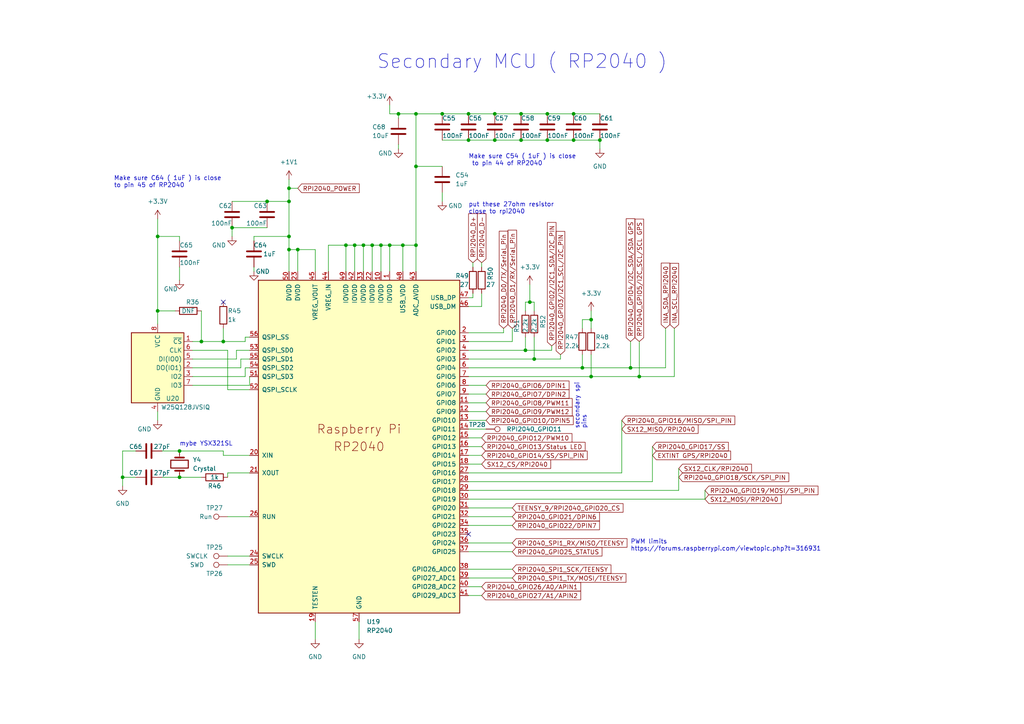
<source format=kicad_sch>
(kicad_sch (version 20231120) (generator "eeschema") (generator_version "8.0")
  (paper "A4")
  (lib_symbols
    (symbol "Connector:TestPoint" (pin_numbers hide) (pin_names (offset 0.762) hide)
      (property "Reference" "TP" (at 0 6.858 0))
      (property "Value" "TestPoint" (at 0 5.08 0))
      (symbol "TestPoint_0_1"
        (circle (center 0 3.302) (radius 0.762))
      )
      (symbol "TestPoint_1_1"
        (pin passive line (at 0 0 90) (length 2.54) (name "1") (number "1"))
      )
    )
    (symbol "Device:C" (pin_numbers hide) (pin_names (offset 0.254))
      (property "Reference" "C" (at 0.635 2.54 0))
      (property "Value" "C" (at 0.635 -2.54 0))
      (symbol "C_0_1"
        (polyline (pts (xy -2.032 -0.762) (xy 2.032 -0.762)) (stroke (width 0.508)))
        (polyline (pts (xy -2.032 0.762) (xy 2.032 0.762)) (stroke (width 0.508)))
      )
      (symbol "C_1_1"
        (pin passive line (at 0 3.81 270) (length 2.794) (name "~") (number "1"))
        (pin passive line (at 0 -3.81 90) (length 2.794) (name "~") (number "2"))
      )
    )
    (symbol "Device:Crystal" (pin_numbers hide) (pin_names (offset 1.016) hide)
      (property "Reference" "Y" (at 0 3.81 0))
      (property "Value" "Crystal" (at 0 -3.81 0))
      (symbol "Crystal_0_1"
        (rectangle (start -1.143 2.54) (end 1.143 -2.54) (stroke (width 0.3048)))
        (polyline (pts (xy -2.54 0) (xy -1.905 0)))
        (polyline (pts (xy -1.905 -1.27) (xy -1.905 1.27)) (stroke (width 0.508)))
        (polyline (pts (xy 1.905 -1.27) (xy 1.905 1.27)) (stroke (width 0.508)))
        (polyline (pts (xy 2.54 0) (xy 1.905 0)))
      )
      (symbol "Crystal_1_1"
        (pin passive line (at -3.81 0 0) (length 1.27) (name "1") (number "1"))
        (pin passive line (at 3.81 0 180) (length 1.27) (name "2") (number "2"))
      )
    )
    (symbol "Device:R" (pin_numbers hide) (pin_names (offset 0))
      (property "Reference" "R" (at 2.032 0 90))
      (property "Value" "R" (at 0 0 90))
      (symbol "R_0_1"
        (rectangle (start -1.016 -2.54) (end 1.016 2.54) (stroke (width 0.254)))
      )
      (symbol "R_1_1"
        (pin passive line (at 0 3.81 270) (length 1.27) (name "~") (number "1"))
        (pin passive line (at 0 -3.81 90) (length 1.27) (name "~") (number "2"))
      )
    )
    (symbol "Memory_Flash:W25Q128JVS"
      (property "Reference" "U" (at -8.89 8.89 0))
      (property "Value" "W25Q128JVS" (at 7.62 8.89 0))
      (symbol "W25Q128JVS_0_1"
        (rectangle (start -7.62 10.16) (end 7.62 -10.16) (stroke (width 0.254)) (fill (type background)))
      )
      (symbol "W25Q128JVS_1_1"
        (pin input line (at -10.16 7.62 0) (length 2.54) (name "~{CS}") (number "1"))
        (pin bidirectional line (at -10.16 0 0) (length 2.54) (name "DO(IO1)") (number "2"))
        (pin bidirectional line (at -10.16 -2.54 0) (length 2.54) (name "IO2") (number "3"))
        (pin power_in line (at 0 -12.7 90) (length 2.54) (name "GND") (number "4"))
        (pin bidirectional line (at -10.16 2.54 0) (length 2.54) (name "DI(IO0)") (number "5"))
        (pin input line (at -10.16 5.08 0) (length 2.54) (name "CLK") (number "6"))
        (pin bidirectional line (at -10.16 -5.08 0) (length 2.54) (name "IO3") (number "7"))
        (pin power_in line (at 0 12.7 270) (length 2.54) (name "VCC") (number "8"))
      )
    )
    (symbol "RPI2040:RP2040" (pin_names (offset 1.016))
      (property "Reference" "U" (at -29.21 49.53 0))
      (property "Value" "RP2040" (at 24.13 -49.53 0))
      (symbol "RP2040_0_0"
        (text "Raspberry Pi" (at 0 5.08 0) (effects (font (size 2.54 2.54))))
        (text "RP2040" (at 0 0 0) (effects (font (size 2.54 2.54))))
      )
      (symbol "RP2040_0_1"
        (rectangle (start 29.21 48.26) (end -29.21 -48.26) (stroke (width 0.254)) (fill (type background)))
      )
      (symbol "RP2040_1_1"
        (pin power_in line (at 8.89 50.8 270) (length 2.54) (name "IOVDD") (number "1"))
        (pin power_in line (at 6.35 50.8 270) (length 2.54) (name "IOVDD") (number "10"))
        (pin bidirectional line (at 31.75 12.7 180) (length 2.54) (name "GPIO8") (number "11"))
        (pin bidirectional line (at 31.75 10.16 180) (length 2.54) (name "GPIO9") (number "12"))
        (pin bidirectional line (at 31.75 7.62 180) (length 2.54) (name "GPIO10") (number "13"))
        (pin bidirectional line (at 31.75 5.08 180) (length 2.54) (name "GPIO11") (number "14"))
        (pin bidirectional line (at 31.75 2.54 180) (length 2.54) (name "GPIO12") (number "15"))
        (pin bidirectional line (at 31.75 0 180) (length 2.54) (name "GPIO13") (number "16"))
        (pin bidirectional line (at 31.75 -2.54 180) (length 2.54) (name "GPIO14") (number "17"))
        (pin bidirectional line (at 31.75 -5.08 180) (length 2.54) (name "GPIO15") (number "18"))
        (pin passive line (at -12.7 -50.8 90) (length 2.54) (name "TESTEN") (number "19"))
        (pin bidirectional line (at 31.75 33.02 180) (length 2.54) (name "GPIO0") (number "2"))
        (pin input line (at -31.75 -2.54 0) (length 2.54) (name "XIN") (number "20"))
        (pin passive line (at -31.75 -7.62 0) (length 2.54) (name "XOUT") (number "21"))
        (pin power_in line (at 3.81 50.8 270) (length 2.54) (name "IOVDD") (number "22"))
        (pin power_in line (at -17.78 50.8 270) (length 2.54) (name "DVDD") (number "23"))
        (pin output line (at -31.75 -31.75 0) (length 2.54) (name "SWCLK") (number "24"))
        (pin bidirectional line (at -31.75 -34.29 0) (length 2.54) (name "SWD") (number "25"))
        (pin input line (at -31.75 -20.32 0) (length 2.54) (name "RUN") (number "26"))
        (pin bidirectional line (at 31.75 -7.62 180) (length 2.54) (name "GPIO16") (number "27"))
        (pin bidirectional line (at 31.75 -10.16 180) (length 2.54) (name "GPIO17") (number "28"))
        (pin bidirectional line (at 31.75 -12.7 180) (length 2.54) (name "GPIO18") (number "29"))
        (pin bidirectional line (at 31.75 30.48 180) (length 2.54) (name "GPIO1") (number "3"))
        (pin bidirectional line (at 31.75 -15.24 180) (length 2.54) (name "GPIO19") (number "30"))
        (pin bidirectional line (at 31.75 -17.78 180) (length 2.54) (name "GPIO20") (number "31"))
        (pin bidirectional line (at 31.75 -20.32 180) (length 2.54) (name "GPIO21") (number "32"))
        (pin power_in line (at 1.27 50.8 270) (length 2.54) (name "IOVDD") (number "33"))
        (pin bidirectional line (at 31.75 -22.86 180) (length 2.54) (name "GPIO22") (number "34"))
        (pin bidirectional line (at 31.75 -25.4 180) (length 2.54) (name "GPIO23") (number "35"))
        (pin bidirectional line (at 31.75 -27.94 180) (length 2.54) (name "GPIO24") (number "36"))
        (pin bidirectional line (at 31.75 -30.48 180) (length 2.54) (name "GPIO25") (number "37"))
        (pin bidirectional line (at 31.75 -35.56 180) (length 2.54) (name "GPIO26_ADC0") (number "38"))
        (pin bidirectional line (at 31.75 -38.1 180) (length 2.54) (name "GPIO27_ADC1") (number "39"))
        (pin bidirectional line (at 31.75 27.94 180) (length 2.54) (name "GPIO2") (number "4"))
        (pin bidirectional line (at 31.75 -40.64 180) (length 2.54) (name "GPIO28_ADC2") (number "40"))
        (pin bidirectional line (at 31.75 -43.18 180) (length 2.54) (name "GPIO29_ADC3") (number "41"))
        (pin power_in line (at -1.27 50.8 270) (length 2.54) (name "IOVDD") (number "42"))
        (pin power_in line (at 16.51 50.8 270) (length 2.54) (name "ADC_AVDD") (number "43"))
        (pin power_in line (at -8.89 50.8 270) (length 2.54) (name "VREG_IN") (number "44"))
        (pin power_out line (at -12.7 50.8 270) (length 2.54) (name "VREG_VOUT") (number "45"))
        (pin bidirectional line (at 31.75 40.64 180) (length 2.54) (name "USB_DM") (number "46"))
        (pin bidirectional line (at 31.75 43.18 180) (length 2.54) (name "USB_DP") (number "47"))
        (pin power_in line (at 12.7 50.8 270) (length 2.54) (name "USB_VDD") (number "48"))
        (pin power_in line (at -3.81 50.8 270) (length 2.54) (name "IOVDD") (number "49"))
        (pin bidirectional line (at 31.75 25.4 180) (length 2.54) (name "GPIO3") (number "5"))
        (pin power_in line (at -20.32 50.8 270) (length 2.54) (name "DVDD") (number "50"))
        (pin bidirectional line (at -31.75 20.32 0) (length 2.54) (name "QSPI_SD3") (number "51"))
        (pin output line (at -31.75 16.51 0) (length 2.54) (name "QSPI_SCLK") (number "52"))
        (pin bidirectional line (at -31.75 27.94 0) (length 2.54) (name "QSPI_SD0") (number "53"))
        (pin bidirectional line (at -31.75 22.86 0) (length 2.54) (name "QSPI_SD2") (number "54"))
        (pin bidirectional line (at -31.75 25.4 0) (length 2.54) (name "QSPI_SD1") (number "55"))
        (pin bidirectional line (at -31.75 31.75 0) (length 2.54) (name "QSPI_SS") (number "56"))
        (pin power_in line (at 0 -50.8 90) (length 2.54) (name "GND") (number "57"))
        (pin bidirectional line (at 31.75 22.86 180) (length 2.54) (name "GPIO4") (number "6"))
        (pin bidirectional line (at 31.75 20.32 180) (length 2.54) (name "GPIO5") (number "7"))
        (pin bidirectional line (at 31.75 17.78 180) (length 2.54) (name "GPIO6") (number "8"))
        (pin bidirectional line (at 31.75 15.24 180) (length 2.54) (name "GPIO7") (number "9"))
      )
    )
    (symbol "power:+1V1" (power) (pin_names (offset 0))
      (property "Value" "+1V1" (at 0 3.556 0))
      (symbol "+1V1_0_1"
        (polyline (pts (xy -0.762 1.27) (xy 0 2.54)))
        (polyline (pts (xy 0 0) (xy 0 2.54)))
        (polyline (pts (xy 0 2.54) (xy 0.762 1.27)))
      )
      (symbol "+1V1_1_1"
        (pin power_in line (at 0 0 90) (length 0) hide (name "+1V1") (number "1"))
      )
    )
    (symbol "power:+3.3V" (power) (pin_names (offset 0))
      (property "Value" "+3.3V" (at 0 3.556 0))
      (symbol "+3.3V_0_1"
        (polyline (pts (xy -0.762 1.27) (xy 0 2.54)))
        (polyline (pts (xy 0 0) (xy 0 2.54)))
        (polyline (pts (xy 0 2.54) (xy 0.762 1.27)))
      )
      (symbol "+3.3V_1_1"
        (pin power_in line (at 0 0 90) (length 0) hide (name "+3.3V") (number "1"))
      )
    )
    (symbol "power:GND" (power) (pin_names (offset 0))
      (property "Value" "GND" (at 0 -3.81 0))
      (symbol "GND_0_1"
        (polyline (pts (xy 0 0) (xy 0 -1.27) (xy 1.27 -1.27) (xy 0 -2.54) (xy -1.27 -1.27) (xy 0 -1.27)))
      )
      (symbol "GND_1_1"
        (pin power_in line (at 0 0 270) (length 0) hide (name "GND") (number "1"))
      )
    )
  )
  (junction (at 83.82 72.39))
  (junction (at 158.75 40.64))
  (junction (at 64.77 99.06))
  (junction (at 173.99 40.64))
  (junction (at 67.31 66.04))
  (junction (at 58.42 99.06))
  (junction (at 113.03 71.12))
  (junction (at 100.33 71.12))
  (junction (at 115.57 33.02))
  (junction (at 152.4 101.6))
  (junction (at 52.07 138.43))
  (junction (at 171.45 92.71))
  (junction (at 116.84 71.12))
  (junction (at 154.94 104.14))
  (junction (at 182.88 106.68))
  (junction (at 171.45 109.22))
  (junction (at 135.89 40.64))
  (junction (at 83.82 54.61))
  (junction (at 52.07 130.81))
  (junction (at 77.47 58.42))
  (junction (at 166.37 40.64))
  (junction (at 151.13 40.64))
  (junction (at 143.51 40.64))
  (junction (at 83.82 68.58))
  (junction (at 120.65 33.02))
  (junction (at 153.67 87.63))
  (junction (at 45.72 90.17))
  (junction (at 35.56 138.43))
  (junction (at 120.65 48.26))
  (junction (at 151.13 33.02))
  (junction (at 86.36 72.39))
  (junction (at 45.72 68.58))
  (junction (at 120.65 71.12))
  (junction (at 102.87 71.12))
  (junction (at 168.91 106.68))
  (junction (at 105.41 71.12))
  (junction (at 158.75 33.02))
  (junction (at 110.49 71.12))
  (junction (at 83.82 58.42))
  (junction (at 143.51 33.02))
  (junction (at 185.42 109.22))
  (junction (at 107.95 71.12))
  (junction (at 128.27 33.02))
  (junction (at 166.37 33.02))
  (junction (at 135.89 33.02))
  (no_connect (at 64.77 87.63))
  (no_connect (at 135.89 154.94))
  (wire (pts (xy 160.02 100.33) (xy 160.02 101.6)))
  (wire (pts (xy 171.45 92.71) (xy 171.45 95.25)))
  (wire (pts (xy 120.65 71.12) (xy 120.65 78.74)))
  (wire (pts (xy 113.03 30.48) (xy 113.03 33.02)))
  (wire (pts (xy 45.72 90.17) (xy 50.8 90.17)))
  (wire (pts (xy 135.89 139.7) (xy 189.23 139.7)))
  (wire (pts (xy 72.39 97.79) (xy 71.12 97.79)))
  (wire (pts (xy 139.7 88.9) (xy 135.89 88.9)))
  (wire (pts (xy 135.89 40.64) (xy 143.51 40.64)))
  (wire (pts (xy 68.58 101.6) (xy 72.39 101.6)))
  (wire (pts (xy 135.89 127) (xy 139.7 127)))
  (wire (pts (xy 168.91 95.25) (xy 168.91 92.71)))
  (wire (pts (xy 100.33 71.12) (xy 100.33 78.74)))
  (wire (pts (xy 171.45 102.87) (xy 171.45 109.22)))
  (wire (pts (xy 83.82 78.74) (xy 83.82 72.39)))
  (wire (pts (xy 204.47 142.24) (xy 204.47 144.78)))
  (wire (pts (xy 35.56 138.43) (xy 35.56 140.97)))
  (wire (pts (xy 135.89 129.54) (xy 139.7 129.54)))
  (wire (pts (xy 128.27 48.26) (xy 120.65 48.26)))
  (wire (pts (xy 83.82 54.61) (xy 86.36 54.61)))
  (wire (pts (xy 67.31 68.58) (xy 67.31 66.04)))
  (wire (pts (xy 52.07 77.47) (xy 52.07 81.28)))
  (wire (pts (xy 102.87 78.74) (xy 102.87 71.12)))
  (wire (pts (xy 135.89 167.64) (xy 148.59 167.64)))
  (wire (pts (xy 110.49 71.12) (xy 113.03 71.12)))
  (wire (pts (xy 73.66 68.58) (xy 73.66 69.85)))
  (wire (pts (xy 104.14 180.34) (xy 104.14 185.42)))
  (wire (pts (xy 135.89 109.22) (xy 171.45 109.22)))
  (wire (pts (xy 143.51 40.64) (xy 151.13 40.64)))
  (wire (pts (xy 91.44 180.34) (xy 91.44 185.42)))
  (wire (pts (xy 135.89 157.48) (xy 148.59 157.48)))
  (wire (pts (xy 77.47 58.42) (xy 83.82 58.42)))
  (wire (pts (xy 52.07 68.58) (xy 52.07 69.85)))
  (wire (pts (xy 72.39 111.76) (xy 72.39 109.22)))
  (wire (pts (xy 128.27 55.88) (xy 128.27 58.42)))
  (wire (pts (xy 68.58 104.14) (xy 68.58 101.6)))
  (wire (pts (xy 166.37 33.02) (xy 173.99 33.02)))
  (wire (pts (xy 116.84 71.12) (xy 116.84 78.74)))
  (wire (pts (xy 158.75 40.64) (xy 166.37 40.64)))
  (wire (pts (xy 189.23 129.54) (xy 189.23 139.7)))
  (wire (pts (xy 66.04 113.03) (xy 72.39 113.03)))
  (wire (pts (xy 71.12 97.79) (xy 71.12 99.06)))
  (wire (pts (xy 180.34 121.92) (xy 180.34 137.16)))
  (wire (pts (xy 91.44 78.74) (xy 91.44 72.39)))
  (wire (pts (xy 135.89 134.62) (xy 139.7 134.62)))
  (wire (pts (xy 153.67 87.63) (xy 154.94 87.63)))
  (wire (pts (xy 55.88 106.68) (xy 69.85 106.68)))
  (wire (pts (xy 83.82 68.58) (xy 83.82 72.39)))
  (wire (pts (xy 128.27 40.64) (xy 135.89 40.64)))
  (wire (pts (xy 139.7 85.09) (xy 139.7 88.9)))
  (wire (pts (xy 168.91 92.71) (xy 171.45 92.71)))
  (wire (pts (xy 120.65 33.02) (xy 128.27 33.02)))
  (wire (pts (xy 135.89 172.72) (xy 139.7 172.72)))
  (wire (pts (xy 105.41 71.12) (xy 107.95 71.12)))
  (wire (pts (xy 39.37 138.43) (xy 35.56 138.43)))
  (wire (pts (xy 128.27 33.02) (xy 135.89 33.02)))
  (wire (pts (xy 154.94 87.63) (xy 154.94 90.17)))
  (wire (pts (xy 91.44 72.39) (xy 86.36 72.39)))
  (wire (pts (xy 115.57 33.02) (xy 120.65 33.02)))
  (wire (pts (xy 151.13 40.64) (xy 158.75 40.64)))
  (wire (pts (xy 83.82 72.39) (xy 86.36 72.39)))
  (wire (pts (xy 135.89 119.38) (xy 140.97 119.38)))
  (wire (pts (xy 66.04 149.86) (xy 72.39 149.86)))
  (wire (pts (xy 110.49 71.12) (xy 110.49 78.74)))
  (wire (pts (xy 55.88 101.6) (xy 66.04 101.6)))
  (wire (pts (xy 52.07 138.43) (xy 58.42 138.43)))
  (wire (pts (xy 73.66 78.74) (xy 73.66 77.47)))
  (wire (pts (xy 171.45 109.22) (xy 185.42 109.22)))
  (wire (pts (xy 45.72 121.92) (xy 45.72 119.38)))
  (wire (pts (xy 135.89 165.1) (xy 148.59 165.1)))
  (wire (pts (xy 115.57 41.91) (xy 115.57 43.18)))
  (wire (pts (xy 52.07 130.81) (xy 64.77 130.81)))
  (wire (pts (xy 83.82 54.61) (xy 83.82 58.42)))
  (wire (pts (xy 35.56 130.81) (xy 35.56 138.43)))
  (wire (pts (xy 71.12 106.68) (xy 72.39 106.68)))
  (wire (pts (xy 168.91 102.87) (xy 168.91 106.68)))
  (wire (pts (xy 135.89 124.46) (xy 140.97 124.46)))
  (wire (pts (xy 67.31 66.04) (xy 77.47 66.04)))
  (wire (pts (xy 154.94 104.14) (xy 162.56 104.14)))
  (wire (pts (xy 135.89 121.92) (xy 140.97 121.92)))
  (wire (pts (xy 135.89 104.14) (xy 154.94 104.14)))
  (wire (pts (xy 69.85 106.68) (xy 69.85 104.14)))
  (wire (pts (xy 58.42 99.06) (xy 64.77 99.06)))
  (wire (pts (xy 135.89 114.3) (xy 140.97 114.3)))
  (wire (pts (xy 135.89 111.76) (xy 140.97 111.76)))
  (wire (pts (xy 171.45 90.17) (xy 171.45 92.71)))
  (wire (pts (xy 66.04 101.6) (xy 66.04 113.03)))
  (wire (pts (xy 55.88 109.22) (xy 71.12 109.22)))
  (wire (pts (xy 135.89 149.86) (xy 148.59 149.86)))
  (wire (pts (xy 196.85 135.89) (xy 196.85 142.24)))
  (wire (pts (xy 185.42 109.22) (xy 195.58 109.22)))
  (wire (pts (xy 182.88 106.68) (xy 193.04 106.68)))
  (wire (pts (xy 64.77 99.06) (xy 71.12 99.06)))
  (wire (pts (xy 168.91 106.68) (xy 182.88 106.68)))
  (wire (pts (xy 46.99 138.43) (xy 52.07 138.43)))
  (wire (pts (xy 135.89 152.4) (xy 148.59 152.4)))
  (wire (pts (xy 135.89 33.02) (xy 143.51 33.02)))
  (wire (pts (xy 69.85 104.14) (xy 72.39 104.14)))
  (wire (pts (xy 66.04 161.29) (xy 72.39 161.29)))
  (wire (pts (xy 102.87 71.12) (xy 105.41 71.12)))
  (wire (pts (xy 135.89 170.18) (xy 139.7 170.18)))
  (wire (pts (xy 55.88 104.14) (xy 68.58 104.14)))
  (wire (pts (xy 152.4 97.79) (xy 152.4 101.6)))
  (wire (pts (xy 45.72 68.58) (xy 52.07 68.58)))
  (wire (pts (xy 135.89 142.24) (xy 196.85 142.24)))
  (wire (pts (xy 45.72 90.17) (xy 45.72 93.98)))
  (wire (pts (xy 143.51 33.02) (xy 151.13 33.02)))
  (wire (pts (xy 166.37 40.64) (xy 173.99 40.64)))
  (wire (pts (xy 86.36 72.39) (xy 86.36 78.74)))
  (wire (pts (xy 95.25 78.74) (xy 95.25 71.12)))
  (wire (pts (xy 116.84 71.12) (xy 120.65 71.12)))
  (wire (pts (xy 45.72 63.5) (xy 45.72 68.58)))
  (wire (pts (xy 95.25 71.12) (xy 100.33 71.12)))
  (wire (pts (xy 66.04 138.43) (xy 66.04 137.16)))
  (wire (pts (xy 45.72 68.58) (xy 45.72 90.17)))
  (wire (pts (xy 151.13 33.02) (xy 158.75 33.02)))
  (wire (pts (xy 135.89 160.02) (xy 148.59 160.02)))
  (wire (pts (xy 148.59 95.25) (xy 148.59 99.06)))
  (wire (pts (xy 39.37 130.81) (xy 35.56 130.81)))
  (wire (pts (xy 162.56 104.14) (xy 162.56 102.87)))
  (wire (pts (xy 64.77 130.81) (xy 64.77 132.08)))
  (wire (pts (xy 185.42 99.06) (xy 185.42 109.22)))
  (wire (pts (xy 64.77 95.25) (xy 64.77 99.06)))
  (wire (pts (xy 113.03 71.12) (xy 116.84 71.12)))
  (wire (pts (xy 64.77 132.08) (xy 72.39 132.08)))
  (wire (pts (xy 146.05 95.25) (xy 146.05 96.52)))
  (wire (pts (xy 137.16 76.2) (xy 137.16 77.47)))
  (wire (pts (xy 115.57 34.29) (xy 115.57 33.02)))
  (wire (pts (xy 113.03 71.12) (xy 113.03 78.74)))
  (wire (pts (xy 135.89 106.68) (xy 168.91 106.68)))
  (wire (pts (xy 46.99 130.81) (xy 52.07 130.81)))
  (wire (pts (xy 55.88 99.06) (xy 58.42 99.06)))
  (wire (pts (xy 135.89 144.78) (xy 204.47 144.78)))
  (wire (pts (xy 195.58 95.25) (xy 195.58 109.22)))
  (wire (pts (xy 105.41 71.12) (xy 105.41 78.74)))
  (wire (pts (xy 182.88 99.06) (xy 182.88 106.68)))
  (wire (pts (xy 154.94 97.79) (xy 154.94 104.14)))
  (wire (pts (xy 66.04 163.83) (xy 72.39 163.83)))
  (wire (pts (xy 120.65 48.26) (xy 120.65 71.12)))
  (wire (pts (xy 158.75 33.02) (xy 166.37 33.02)))
  (wire (pts (xy 152.4 90.17) (xy 152.4 87.63)))
  (wire (pts (xy 153.67 82.55) (xy 153.67 87.63)))
  (wire (pts (xy 71.12 109.22) (xy 71.12 106.68)))
  (wire (pts (xy 135.89 96.52) (xy 146.05 96.52)))
  (wire (pts (xy 153.67 87.63) (xy 152.4 87.63)))
  (wire (pts (xy 135.89 147.32) (xy 148.59 147.32)))
  (wire (pts (xy 83.82 58.42) (xy 83.82 68.58)))
  (wire (pts (xy 160.02 101.6) (xy 152.4 101.6)))
  (wire (pts (xy 135.89 137.16) (xy 180.34 137.16)))
  (wire (pts (xy 152.4 101.6) (xy 135.89 101.6)))
  (wire (pts (xy 107.95 71.12) (xy 110.49 71.12)))
  (wire (pts (xy 120.65 33.02) (xy 120.65 48.26)))
  (wire (pts (xy 55.88 111.76) (xy 72.39 111.76)))
  (wire (pts (xy 67.31 58.42) (xy 77.47 58.42)))
  (wire (pts (xy 58.42 90.17) (xy 58.42 99.06)))
  (wire (pts (xy 137.16 85.09) (xy 137.16 86.36)))
  (wire (pts (xy 66.04 137.16) (xy 72.39 137.16)))
  (wire (pts (xy 139.7 76.2) (xy 139.7 77.47)))
  (wire (pts (xy 135.89 116.84) (xy 140.97 116.84)))
  (wire (pts (xy 193.04 95.25) (xy 193.04 106.68)))
  (wire (pts (xy 100.33 71.12) (xy 102.87 71.12)))
  (wire (pts (xy 135.89 99.06) (xy 148.59 99.06)))
  (wire (pts (xy 137.16 86.36) (xy 135.89 86.36)))
  (wire (pts (xy 83.82 52.07) (xy 83.82 54.61)))
  (wire (pts (xy 113.03 33.02) (xy 115.57 33.02)))
  (wire (pts (xy 173.99 40.64) (xy 173.99 43.18)))
  (wire (pts (xy 135.89 132.08) (xy 139.7 132.08)))
  (wire (pts (xy 73.66 68.58) (xy 83.82 68.58)))
  (wire (pts (xy 107.95 71.12) (xy 107.95 78.74)))
  (text "mybe YSX321SL" (at 52.07 129.54 0) (effects (font (size 1.27 1.27)) (justify left bottom)))
  (text "PWM limits\nhttps://forums.raspberrypi.com/viewtopic.php?t=316931" (at 182.88 160.02 0) (effects (font (size 1.27 1.27)) (justify left bottom)))
  (text "secondary spi\npins" (at 170.18 124.46 90) (effects (font (size 1.27 1.27)) (justify left bottom)))
  (text "put these 27ohm resistor\nclose to rpi2040" (at 135.89 62.23 0) (effects (font (size 1.27 1.27)) (justify left bottom)))
  (text "Make sure C54 ( 1uF ) is close\n to pin 44 of RP2040" (at 135.89 48.26 0) (effects (font (size 1.27 1.27)) (justify left bottom)))
  (text "Secondary MCU ( RP2040 )" (at 109.22 20.32 0) (effects (font (size 4 4)) (justify left bottom)))
  (text "Make sure C64 ( 1uF ) is close\nto pin 45 of RP2040" (at 33.02 54.61 0) (effects (font (size 1.27 1.27)) (justify left bottom)))
  (global_label "SX12_CS{slash}RPI2040" (shape input) (at 139.7 134.62 0) (property "Intersheetrefs" "${INTERSHEET_REFS}" (effects (hide yes))))
  (global_label "INA_SDA_RPI2040" (shape input) (at 193.04 95.25 90) (property "Intersheetrefs" "${INTERSHEET_REFS}" (effects (hide yes))))
  (global_label "RPI2040_GPIO25_STATUS" (shape input) (at 148.59 160.02 0) (property "Intersheetrefs" "${INTERSHEET_REFS}" (effects (hide yes))))
  (global_label "RPI2040_GPIO27{slash}A1{slash}APIN2" (shape input) (at 139.7 172.72 0) (property "Intersheetrefs" "${INTERSHEET_REFS}" (effects (hide yes))))
  (global_label "RPI2040_GPIO17{slash}SS" (shape input) (at 189.23 129.54 0) (property "Intersheetrefs" "${INTERSHEET_REFS}" (effects (hide yes))))
  (global_label "RPI2040_GPIO21{slash}DPIN6" (shape input) (at 148.59 149.86 0) (property "Intersheetrefs" "${INTERSHEET_REFS}" (effects (hide yes))))
  (global_label "RPI2040_GPIO22{slash}DPIN7" (shape input) (at 148.59 152.4 0) (property "Intersheetrefs" "${INTERSHEET_REFS}" (effects (hide yes))))
  (global_label "SX12_MISO{slash}RPI2040" (shape input) (at 180.34 124.46 0) (property "Intersheetrefs" "${INTERSHEET_REFS}" (effects (hide yes))))
  (global_label "RPI2040_GPIO26{slash}A0{slash}APIN1" (shape input) (at 139.7 170.18 0) (property "Intersheetrefs" "${INTERSHEET_REFS}" (effects (hide yes))))
  (global_label "RPI2040_SPI1_RX{slash}MISO{slash}TEENSY" (shape input) (at 148.59 157.48 0) (property "Intersheetrefs" "${INTERSHEET_REFS}" (effects (hide yes))))
  (global_label "RPI2040_GPIO12{slash}PWM10" (shape input) (at 139.7 127 0) (property "Intersheetrefs" "${INTERSHEET_REFS}" (effects (hide yes))))
  (global_label "RPI2040_GPIO10{slash}DPIN5" (shape input) (at 140.97 121.92 0) (property "Intersheetrefs" "${INTERSHEET_REFS}" (effects (hide yes))))
  (global_label "RPI2040_D+" (shape input) (at 137.16 76.2 90) (property "Intersheetrefs" "${INTERSHEET_REFS}" (effects (hide yes))))
  (global_label "INA_SCL_RPI2040" (shape input) (at 195.58 95.25 90) (property "Intersheetrefs" "${INTERSHEET_REFS}" (effects (hide yes))))
  (global_label "RPI2040_GPIO5{slash}I2C_SCL{slash}SCL GPS" (shape input) (at 185.42 99.06 90) (property "Intersheetrefs" "${INTERSHEET_REFS}" (effects (hide yes))))
  (global_label "RPI2040_GPIO9{slash}PWM12" (shape input) (at 140.97 119.38 0) (property "Intersheetrefs" "${INTERSHEET_REFS}" (effects (hide yes))))
  (global_label "EXTINT GPS{slash}RPI2040" (shape input) (at 189.23 132.08 0) (property "Intersheetrefs" "${INTERSHEET_REFS}" (effects (hide yes))))
  (global_label "RPI2040_SPI1_TX{slash}MOSI{slash}TEENSY" (shape input) (at 148.59 167.64 0) (property "Intersheetrefs" "${INTERSHEET_REFS}" (effects (hide yes))))
  (global_label "SX12_CLK{slash}RPI2040" (shape input) (at 196.85 135.89 0) (property "Intersheetrefs" "${INTERSHEET_REFS}" (effects (hide yes))))
  (global_label "RPI2040_GPIO8{slash}PWM11" (shape input) (at 140.97 116.84 0) (property "Intersheetrefs" "${INTERSHEET_REFS}" (effects (hide yes))))
  (global_label "RPI2040_GPIO2{slash}I2C1_SDA{slash}I2C_PIN" (shape input) (at 160.02 100.33 90) (property "Intersheetrefs" "${INTERSHEET_REFS}" (effects (hide yes))))
  (global_label "RPI2040_GPIO16{slash}MISO{slash}SPI_PIN" (shape input) (at 180.34 121.92 0) (property "Intersheetrefs" "${INTERSHEET_REFS}" (effects (hide yes))))
  (global_label "RPI2040_GPIO4{slash}I2C_SDA{slash}SDA GPS" (shape input) (at 182.88 99.06 90) (property "Intersheetrefs" "${INTERSHEET_REFS}" (effects (hide yes))))
  (global_label "RPI2040_GPIO19{slash}MOSI{slash}SPI_PIN" (shape input) (at 204.47 142.24 0) (property "Intersheetrefs" "${INTERSHEET_REFS}" (effects (hide yes))))
  (global_label "RPI2040_SPI1_SCK{slash}TEENSY" (shape input) (at 148.59 165.1 0) (property "Intersheetrefs" "${INTERSHEET_REFS}" (effects (hide yes))))
  (global_label "RPI2040_D1{slash}RX{slash}Serial_Pin" (shape input) (at 148.59 95.25 90) (property "Intersheetrefs" "${INTERSHEET_REFS}" (effects (hide yes))))
  (global_label "RPI2040_GPIO13{slash}Status LED" (shape input) (at 139.7 129.54 0) (property "Intersheetrefs" "${INTERSHEET_REFS}" (effects (hide yes))))
  (global_label "TEENSY_9{slash}RPI2040_GPIO20_CS" (shape input) (at 148.59 147.32 0) (property "Intersheetrefs" "${INTERSHEET_REFS}" (effects (hide yes))))
  (global_label "SX12_MOSI{slash}RPI2040" (shape input) (at 204.47 144.78 0) (property "Intersheetrefs" "${INTERSHEET_REFS}" (effects (hide yes))))
  (global_label "RPI2040_GPIO3{slash}I2C1_SCL{slash}I2C_PIN" (shape input) (at 162.56 102.87 90) (property "Intersheetrefs" "${INTERSHEET_REFS}" (effects (hide yes))))
  (global_label "RPI2040_GPIO14{slash}SS{slash}SPI_PIN" (shape input) (at 139.7 132.08 0) (property "Intersheetrefs" "${INTERSHEET_REFS}" (effects (hide yes))))
  (global_label "RPI2040_GPIO7{slash}DPIN2" (shape input) (at 140.97 114.3 0) (property "Intersheetrefs" "${INTERSHEET_REFS}" (effects (hide yes))))
  (global_label "RPI2040_GPIO6{slash}DPIN1" (shape input) (at 140.97 111.76 0) (property "Intersheetrefs" "${INTERSHEET_REFS}" (effects (hide yes))))
  (global_label "RPI2040_D-" (shape input) (at 139.7 76.2 90) (property "Intersheetrefs" "${INTERSHEET_REFS}" (effects (hide yes))))
  (global_label "RPI2040_POWER" (shape input) (at 86.36 54.61 0) (property "Intersheetrefs" "${INTERSHEET_REFS}" (effects (hide yes))))
  (global_label "RPI2040_GPIO18{slash}SCK{slash}SPI_PIN" (shape input) (at 196.85 138.43 0) (property "Intersheetrefs" "${INTERSHEET_REFS}" (effects (hide yes))))
  (global_label "RPI2040_D0{slash}TX{slash}Serial_Pin" (shape input) (at 146.05 95.25 90) (property "Intersheetrefs" "${INTERSHEET_REFS}" (effects (hide yes))))
  (symbol (lib_id "Device:C") (at 143.51 36.83 0) (unit 1)
    (property "Reference" "C57" (at 143.51 34.29 0) (effects (justify left)))
    (property "Value" "100nF" (at 143.51 39.37 0) (effects (justify left)))
    (property "Footprint" "Capacitor_SMD:C_0603_1608Metric" (effects (hide yes)))
  )
  (symbol (lib_id "Device:R") (at 54.61 90.17 90) (unit 1)
    (property "Reference" "R36" (at 55.88 87.63 90))
    (property "Value" "DNF" (at 54.61 90.17 90))
    (property "Footprint" "Resistor_SMD:R_0603_1608Metric" (effects (hide yes)))
  )
  (symbol (lib_id "power:GND") (at 91.44 185.42 0) (unit 1)
    (property "Reference" "#PWR077" (effects (hide yes)))
    (property "Value" "GND" (at 91.44 190.5 0))
  )
  (symbol (lib_id "power:GND") (at 73.66 78.74 0) (unit 1)
    (property "Reference" "#PWR075" (effects (hide yes)))
    (property "Value" "GND" (at 76.2 78.74 0))
  )
  (symbol (lib_id "power:+3.3V") (at 113.03 30.48 0) (unit 1)
    (property "Reference" "#PWR079" (effects (hide yes)))
    (property "Value" "+3.3V" (at 109.22 27.94 0))
  )
  (symbol (lib_id "Device:R") (at 152.4 93.98 0) (unit 1)
    (property "Reference" "R51" (at 149.86 96.52 90) (effects (justify left)))
    (property "Value" "2.2k" (at 152.4 96.52 90) (effects (justify left)))
    (property "Footprint" "Resistor_SMD:R_0603_1608Metric" (effects (hide yes)))
  )
  (symbol (lib_id "power:GND") (at 115.57 43.18 0) (unit 1)
    (property "Reference" "#PWR080" (effects (hide yes)))
    (property "Value" "GND" (at 111.76 44.45 0))
  )
  (symbol (lib_id "Connector:TestPoint") (at 140.97 124.46 270) (mirror x) (unit 1)
    (property "Reference" "TP28" (at 138.43 123.19 90))
    (property "Value" "RPI2040_GPIO11" (at 154.94 124.46 90))
    (property "Footprint" "TestPoint:TestPoint_Pad_D1.0mm" (effects (hide yes)))
  )
  (symbol (lib_id "power:GND") (at 128.27 58.42 0) (unit 1)
    (property "Reference" "#PWR081" (effects (hide yes)))
    (property "Value" "GND" (at 132.08 59.69 0))
  )
  (symbol (lib_id "Device:C") (at 151.13 36.83 0) (unit 1)
    (property "Reference" "C58" (at 151.13 34.29 0) (effects (justify left)))
    (property "Value" "100nF" (at 151.13 39.37 0) (effects (justify left)))
    (property "Footprint" "Capacitor_SMD:C_0603_1608Metric" (effects (hide yes)))
  )
  (symbol (lib_id "Device:R") (at 139.7 81.28 0) (unit 1)
    (property "Reference" "R50" (at 142.24 81.28 90) (effects (justify left)))
    (property "Value" "27" (at 133.35 82.55 0) (effects (justify left)))
    (property "Footprint" "Resistor_SMD:R_0603_1608Metric" (effects (hide yes)))
  )
  (symbol (lib_id "power:+3.3V") (at 45.72 63.5 0) (unit 1)
    (property "Reference" "#PWR07" (effects (hide yes)))
    (property "Value" "+3.3V" (at 45.72 58.42 0))
  )
  (symbol (lib_id "Device:C") (at 52.07 73.66 0) (unit 1)
    (property "Reference" "C65" (at 52.07 71.12 0) (effects (justify left)))
    (property "Value" "100nF" (at 52.07 76.2 0) (effects (justify left)))
    (property "Footprint" "Capacitor_SMD:C_0603_1608Metric" (effects (hide yes)))
  )
  (symbol (lib_id "Connector:TestPoint") (at 66.04 163.83 90) (unit 1)
    (property "Reference" "TP26" (at 62.23 166.37 90))
    (property "Value" "SWD" (at 57.15 163.83 90))
    (property "Footprint" "TestPoint:TestPoint_Pad_D1.0mm" (effects (hide yes)))
  )
  (symbol (lib_id "Device:C") (at 43.18 138.43 270) (unit 1)
    (property "Reference" "C67" (at 39.37 137.16 90))
    (property "Value" "27pF" (at 46.99 137.16 90))
    (property "Footprint" "Capacitor_SMD:C_0603_1608Metric" (effects (hide yes)))
  )
  (symbol (lib_id "power:GND") (at 67.31 68.58 0) (unit 1)
    (property "Reference" "#PWR074" (effects (hide yes)))
    (property "Value" "GND" (at 63.5 71.12 0))
  )
  (symbol (lib_id "Device:C") (at 135.89 36.83 0) (unit 1)
    (property "Reference" "C56" (at 135.89 34.29 0) (effects (justify left)))
    (property "Value" "100nF" (at 135.89 39.37 0) (effects (justify left)))
    (property "Footprint" "Capacitor_SMD:C_0603_1608Metric" (effects (hide yes)))
  )
  (symbol (lib_id "power:GND") (at 52.07 81.28 0) (unit 1)
    (property "Reference" "#PWR073" (effects (hide yes)))
    (property "Value" "GND" (at 49.53 83.82 0))
  )
  (symbol (lib_id "Device:C") (at 166.37 36.83 0) (unit 1)
    (property "Reference" "C60" (at 166.37 34.29 0) (effects (justify left)))
    (property "Value" "100nF" (at 166.37 39.37 0) (effects (justify left)))
    (property "Footprint" "Capacitor_SMD:C_0603_1608Metric" (effects (hide yes)))
  )
  (symbol (lib_id "Device:Crystal") (at 52.07 134.62 90) (unit 1)
    (property "Reference" "Y4" (at 55.88 133.35 90) (effects (justify right)))
    (property "Value" "Crystal" (at 55.88 135.89 90) (effects (justify right)))
    (property "Footprint" "Crystal:Crystal_SMD_Abracon_ABM8G-4Pin_3.2x2.5mm" (effects (hide yes)))
    (property "Datasheet" "https://abracon.com/Resonators/abm8.pdf" (effects (hide yes)))
    (property "Digikey" "https://www.digikey.in/en/products/detail/abracon-llc/ABM8-27-000MHZ-B2-T/675658" (effects (hide yes)))
  )
  (symbol (lib_id "power:+3.3V") (at 171.45 90.17 0) (unit 1)
    (property "Reference" "#PWR083" (effects (hide yes)))
    (property "Value" "+3.3V" (at 171.45 85.09 0))
  )
  (symbol (lib_id "RPI2040:RP2040") (at 104.14 129.54 0) (unit 1)
    (property "Reference" "U19" (at 106.3341 180.34 0) (effects (justify left)))
    (property "Value" "RP2040" (at 106.3341 182.88 0) (effects (justify left)))
    (property "Footprint" "RPI2040:RP2040-QFN-56" (effects (hide yes)))
    (property "Datasheet" "https://datasheets.raspberrypi.com/rp2040/rp2040-datasheet.pdf" (effects (hide yes)))
    (property "Digikey" "https://www.digikey.in/en/products/detail/raspberry-pi/SC0914-7/14306009" (effects (hide yes)))
  )
  (symbol (lib_id "power:GND") (at 35.56 140.97 0) (unit 1)
    (property "Reference" "#PWR04" (effects (hide yes)))
    (property "Value" "GND" (at 35.56 146.05 0))
  )
  (symbol (lib_id "Device:R") (at 137.16 81.28 0) (unit 1)
    (property "Reference" "R49" (at 132.08 80.01 0) (effects (justify left)))
    (property "Value" "27" (at 140.97 82.55 0) (effects (justify left)))
    (property "Footprint" "Resistor_SMD:R_0603_1608Metric" (effects (hide yes)))
  )
  (symbol (lib_id "Device:C") (at 115.57 38.1 0) (unit 1)
    (property "Reference" "C68" (at 107.95 36.83 0) (effects (justify left)))
    (property "Value" "10uF" (at 107.95 39.37 0) (effects (justify left)))
    (property "Footprint" "Capacitor_SMD:C_0603_1608Metric" (effects (hide yes)))
  )
  (symbol (lib_id "Device:C") (at 67.31 62.23 0) (mirror y) (unit 1)
    (property "Reference" "C62" (at 67.31 59.69 0) (effects (justify left)))
    (property "Value" "100nF" (at 67.31 64.77 0) (effects (justify left)))
    (property "Footprint" "Capacitor_SMD:C_0603_1608Metric" (effects (hide yes)))
  )
  (symbol (lib_id "Connector:TestPoint") (at 66.04 149.86 90) (unit 1)
    (property "Reference" "TP27" (at 62.23 147.32 90))
    (property "Value" "Run" (at 59.69 149.86 90))
    (property "Footprint" "TestPoint:TestPoint_Pad_D1.0mm" (effects (hide yes)))
  )
  (symbol (lib_id "power:GND") (at 104.14 185.42 0) (unit 1)
    (property "Reference" "#PWR078" (effects (hide yes)))
    (property "Value" "GND" (at 104.14 190.5 0))
  )
  (symbol (lib_id "Device:C") (at 173.99 36.83 0) (unit 1)
    (property "Reference" "C61" (at 173.99 34.29 0) (effects (justify left)))
    (property "Value" "100nF" (at 173.99 39.37 0) (effects (justify left)))
    (property "Footprint" "Capacitor_SMD:C_0603_1608Metric" (effects (hide yes)))
  )
  (symbol (lib_id "Memory_Flash:W25Q128JVS") (at 45.72 106.68 0) (mirror y) (unit 1)
    (property "Reference" "U20" (at 52.07 115.57 0) (effects (justify left)))
    (property "Value" "W25Q128JVSIQ" (at 60.96 118.11 0) (effects (justify left)))
    (property "Footprint" "Package_SO:SOIC-8_5.23x5.23mm_P1.27mm" (effects (hide yes)))
    (property "Datasheet" "http://www.winbond.com/resource-files/w25q128jv_dtr%20revc%2003272018%20plus.pdf" (effects (hide yes)))
  )
  (symbol (lib_id "Device:R") (at 64.77 91.44 0) (unit 1)
    (property "Reference" "R45" (at 66.04 90.17 0) (effects (justify left)))
    (property "Value" "1k" (at 66.04 92.71 0) (effects (justify left)))
    (property "Footprint" "Resistor_SMD:R_0603_1608Metric" (effects (hide yes)))
  )
  (symbol (lib_id "Device:C") (at 158.75 36.83 0) (unit 1)
    (property "Reference" "C59" (at 158.75 34.29 0) (effects (justify left)))
    (property "Value" "100nF" (at 158.75 39.37 0) (effects (justify left)))
    (property "Footprint" "Capacitor_SMD:C_0603_1608Metric" (effects (hide yes)))
  )
  (symbol (lib_id "Device:R") (at 62.23 138.43 270) (unit 1)
    (property "Reference" "R46" (at 62.23 140.97 90))
    (property "Value" "1k" (at 62.23 138.43 90))
    (property "Footprint" "Resistor_SMD:R_0603_1608Metric" (effects (hide yes)))
  )
  (symbol (lib_id "Connector:TestPoint") (at 66.04 161.29 90) (unit 1)
    (property "Reference" "TP25" (at 62.23 158.75 90))
    (property "Value" "SWCLK" (at 57.15 161.29 90))
    (property "Footprint" "TestPoint:TestPoint_Pad_D1.0mm" (effects (hide yes)))
  )
  (symbol (lib_id "Device:C") (at 43.18 130.81 90) (unit 1)
    (property "Reference" "C66" (at 39.37 129.54 90))
    (property "Value" "27pF" (at 46.99 129.54 90))
    (property "Footprint" "Capacitor_SMD:C_0603_1608Metric" (effects (hide yes)))
  )
  (symbol (lib_id "power:GND") (at 173.99 43.18 0) (unit 1)
    (property "Reference" "#PWR084" (effects (hide yes)))
    (property "Value" "GND" (at 173.99 48.26 0))
  )
  (symbol (lib_id "Device:C") (at 73.66 73.66 0) (mirror y) (unit 1)
    (property "Reference" "C64" (at 77.47 71.12 0) (effects (justify left)))
    (property "Value" "1uF" (at 80.01 73.66 0) (effects (justify left)))
    (property "Footprint" "Capacitor_SMD:C_0603_1608Metric" (effects (hide yes)))
  )
  (symbol (lib_id "power:GND") (at 45.72 121.92 0) (unit 1)
    (property "Reference" "#PWR072" (effects (hide yes)))
    (property "Value" "GND" (at 41.91 124.46 0))
  )
  (symbol (lib_id "Device:C") (at 128.27 52.07 0) (unit 1)
    (property "Reference" "C54" (at 132.08 50.8 0) (effects (justify left)))
    (property "Value" "1uF" (at 132.08 53.34 0) (effects (justify left)))
    (property "Footprint" "Capacitor_SMD:C_0603_1608Metric" (effects (hide yes)))
  )
  (symbol (lib_id "Device:R") (at 154.94 93.98 0) (unit 1)
    (property "Reference" "R52" (at 157.48 95.25 90) (effects (justify left)))
    (property "Value" "2.2k" (at 154.94 96.52 90) (effects (justify left)))
    (property "Footprint" "Resistor_SMD:R_0603_1608Metric" (effects (hide yes)))
  )
  (symbol (lib_id "power:+3.3V") (at 153.67 82.55 0) (unit 1)
    (property "Reference" "#PWR082" (effects (hide yes)))
    (property "Value" "+3.3V" (at 153.67 77.47 0))
  )
  (symbol (lib_id "Device:R") (at 168.91 99.06 0) (unit 1)
    (property "Reference" "R47" (at 163.83 97.79 0) (effects (justify left)))
    (property "Value" "2.2k" (at 163.83 100.33 0) (effects (justify left)))
    (property "Footprint" "Resistor_SMD:R_0603_1608Metric" (effects (hide yes)))
  )
  (symbol (lib_id "Device:R") (at 171.45 99.06 0) (unit 1)
    (property "Reference" "R48" (at 172.72 97.79 0) (effects (justify left)))
    (property "Value" "2.2k" (at 172.72 100.33 0) (effects (justify left)))
    (property "Footprint" "Resistor_SMD:R_0603_1608Metric" (effects (hide yes)))
  )
  (symbol (lib_id "Device:C") (at 77.47 62.23 0) (mirror y) (unit 1)
    (property "Reference" "C63" (at 77.47 59.69 0) (effects (justify left)))
    (property "Value" "100nF" (at 77.47 64.77 0) (effects (justify left)))
    (property "Footprint" "Capacitor_SMD:C_0603_1608Metric" (effects (hide yes)))
  )
  (symbol (lib_id "power:+1V1") (at 83.82 52.07 0) (unit 1)
    (property "Reference" "#PWR076" (effects (hide yes)))
    (property "Value" "+1V1" (at 83.82 46.99 0))
  )
  (symbol (lib_id "Device:C") (at 128.27 36.83 0) (unit 1)
    (property "Reference" "C55" (at 128.27 34.29 0) (effects (justify left)))
    (property "Value" "100nF" (at 128.27 39.37 0) (effects (justify left)))
    (property "Footprint" "Capacitor_SMD:C_0603_1608Metric" (effects (hide yes)))
  )
)
</source>
